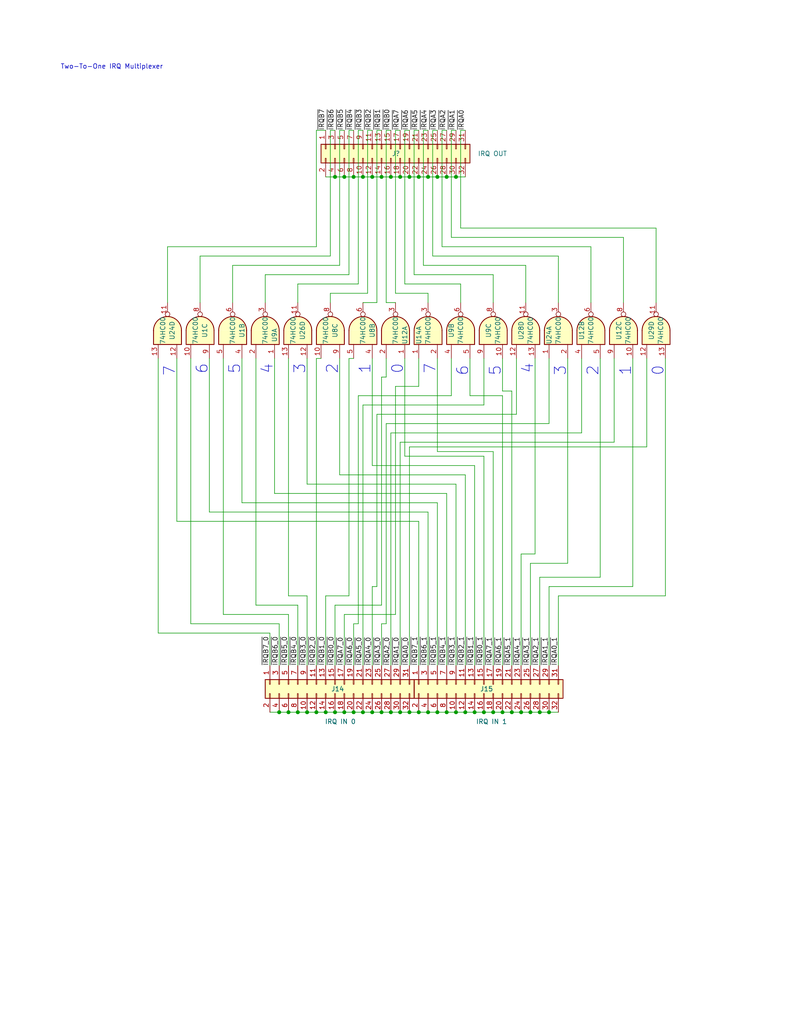
<source format=kicad_sch>
(kicad_sch (version 20211123) (generator eeschema)
  (paper "A" portrait)
  (lib_symbols
    (symbol "74xx:74HC00" (pin_names (offset 1.016))
      (property "Reference" "U" (at 0 1.27 0))
      (property "Value" "74HC00" (at 0 -1.27 0))
      (symbol "74HC00_1_1"
        (arc (start 0 -3.81) (mid 3.81 0) (end 0 3.81) (stroke (width 0.254)) (fill (type background)))
        (polyline (pts (xy 0 3.81) (xy -3.81 3.81) (xy -3.81 -3.81) (xy 0 -3.81)) (stroke (width 0.254)) (fill (type background)))
        (pin input line (at -7.62 2.54 0) (length 3.81) (name "~") (number "1"))
        (pin input line (at -7.62 -2.54 0) (length 3.81) (name "~") (number "2"))
        (pin output inverted (at 7.62 0 180) (length 3.81) (name "~") (number "3"))
      )
      (symbol "74HC00_1_2"
        (arc (start -3.81 -3.81) (mid -2.589 0) (end -3.81 3.81) (stroke (width 0.254)))
        (arc (start -0.6096 -3.81) (mid 2.1842 -2.5851) (end 3.81 0) (stroke (width 0.254)) (fill (type background)))
        (polyline (pts (xy -3.81 -3.81) (xy -0.635 -3.81)) (stroke (width 0.254)) (fill (type background)))
        (polyline (pts (xy -3.81 3.81) (xy -0.635 3.81)) (stroke (width 0.254)) (fill (type background)))
        (polyline (pts (xy -0.635 3.81) (xy -3.81 3.81) (xy -3.81 3.81) (xy -3.556 3.4036) (xy -3.0226 2.2606) (xy -2.6924 1.0414) (xy -2.6162 -0.254) (xy -2.7686 -1.4986) (xy -3.175 -2.7178) (xy -3.81 -3.81) (xy -3.81 -3.81) (xy -0.635 -3.81)) (stroke (width -25.4)) (fill (type background)))
        (arc (start 3.81 0) (mid 2.1915 2.5936) (end -0.6096 3.81) (stroke (width 0.254)) (fill (type background)))
        (pin input inverted (at -7.62 2.54 0) (length 4.318) (name "~") (number "1"))
        (pin input inverted (at -7.62 -2.54 0) (length 4.318) (name "~") (number "2"))
        (pin output line (at 7.62 0 180) (length 3.81) (name "~") (number "3"))
      )
      (symbol "74HC00_2_1"
        (arc (start 0 -3.81) (mid 3.81 0) (end 0 3.81) (stroke (width 0.254)) (fill (type background)))
        (polyline (pts (xy 0 3.81) (xy -3.81 3.81) (xy -3.81 -3.81) (xy 0 -3.81)) (stroke (width 0.254)) (fill (type background)))
        (pin input line (at -7.62 2.54 0) (length 3.81) (name "~") (number "4"))
        (pin input line (at -7.62 -2.54 0) (length 3.81) (name "~") (number "5"))
        (pin output inverted (at 7.62 0 180) (length 3.81) (name "~") (number "6"))
      )
      (symbol "74HC00_2_2"
        (arc (start -3.81 -3.81) (mid -2.589 0) (end -3.81 3.81) (stroke (width 0.254)))
        (arc (start -0.6096 -3.81) (mid 2.1842 -2.5851) (end 3.81 0) (stroke (width 0.254)) (fill (type background)))
        (polyline (pts (xy -3.81 -3.81) (xy -0.635 -3.81)) (stroke (width 0.254)) (fill (type background)))
        (polyline (pts (xy -3.81 3.81) (xy -0.635 3.81)) (stroke (width 0.254)) (fill (type background)))
        (polyline (pts (xy -0.635 3.81) (xy -3.81 3.81) (xy -3.81 3.81) (xy -3.556 3.4036) (xy -3.0226 2.2606) (xy -2.6924 1.0414) (xy -2.6162 -0.254) (xy -2.7686 -1.4986) (xy -3.175 -2.7178) (xy -3.81 -3.81) (xy -3.81 -3.81) (xy -0.635 -3.81)) (stroke (width -25.4)) (fill (type background)))
        (arc (start 3.81 0) (mid 2.1915 2.5936) (end -0.6096 3.81) (stroke (width 0.254)) (fill (type background)))
        (pin input inverted (at -7.62 2.54 0) (length 4.318) (name "~") (number "4"))
        (pin input inverted (at -7.62 -2.54 0) (length 4.318) (name "~") (number "5"))
        (pin output line (at 7.62 0 180) (length 3.81) (name "~") (number "6"))
      )
      (symbol "74HC00_3_1"
        (arc (start 0 -3.81) (mid 3.81 0) (end 0 3.81) (stroke (width 0.254)) (fill (type background)))
        (polyline (pts (xy 0 3.81) (xy -3.81 3.81) (xy -3.81 -3.81) (xy 0 -3.81)) (stroke (width 0.254)) (fill (type background)))
        (pin input line (at -7.62 -2.54 0) (length 3.81) (name "~") (number "10"))
        (pin output inverted (at 7.62 0 180) (length 3.81) (name "~") (number "8"))
        (pin input line (at -7.62 2.54 0) (length 3.81) (name "~") (number "9"))
      )
      (symbol "74HC00_3_2"
        (arc (start -3.81 -3.81) (mid -2.589 0) (end -3.81 3.81) (stroke (width 0.254)))
        (arc (start -0.6096 -3.81) (mid 2.1842 -2.5851) (end 3.81 0) (stroke (width 0.254)) (fill (type background)))
        (polyline (pts (xy -3.81 -3.81) (xy -0.635 -3.81)) (stroke (width 0.254)) (fill (type background)))
        (polyline (pts (xy -3.81 3.81) (xy -0.635 3.81)) (stroke (width 0.254)) (fill (type background)))
        (polyline (pts (xy -0.635 3.81) (xy -3.81 3.81) (xy -3.81 3.81) (xy -3.556 3.4036) (xy -3.0226 2.2606) (xy -2.6924 1.0414) (xy -2.6162 -0.254) (xy -2.7686 -1.4986) (xy -3.175 -2.7178) (xy -3.81 -3.81) (xy -3.81 -3.81) (xy -0.635 -3.81)) (stroke (width -25.4)) (fill (type background)))
        (arc (start 3.81 0) (mid 2.1915 2.5936) (end -0.6096 3.81) (stroke (width 0.254)) (fill (type background)))
        (pin input inverted (at -7.62 -2.54 0) (length 4.318) (name "~") (number "10"))
        (pin output line (at 7.62 0 180) (length 3.81) (name "~") (number "8"))
        (pin input inverted (at -7.62 2.54 0) (length 4.318) (name "~") (number "9"))
      )
      (symbol "74HC00_4_1"
        (arc (start 0 -3.81) (mid 3.81 0) (end 0 3.81) (stroke (width 0.254)) (fill (type background)))
        (polyline (pts (xy 0 3.81) (xy -3.81 3.81) (xy -3.81 -3.81) (xy 0 -3.81)) (stroke (width 0.254)) (fill (type background)))
        (pin output inverted (at 7.62 0 180) (length 3.81) (name "~") (number "11"))
        (pin input line (at -7.62 2.54 0) (length 3.81) (name "~") (number "12"))
        (pin input line (at -7.62 -2.54 0) (length 3.81) (name "~") (number "13"))
      )
      (symbol "74HC00_4_2"
        (arc (start -3.81 -3.81) (mid -2.589 0) (end -3.81 3.81) (stroke (width 0.254)))
        (arc (start -0.6096 -3.81) (mid 2.1842 -2.5851) (end 3.81 0) (stroke (width 0.254)) (fill (type background)))
        (polyline (pts (xy -3.81 -3.81) (xy -0.635 -3.81)) (stroke (width 0.254)) (fill (type background)))
        (polyline (pts (xy -3.81 3.81) (xy -0.635 3.81)) (stroke (width 0.254)) (fill (type background)))
        (polyline (pts (xy -0.635 3.81) (xy -3.81 3.81) (xy -3.81 3.81) (xy -3.556 3.4036) (xy -3.0226 2.2606) (xy -2.6924 1.0414) (xy -2.6162 -0.254) (xy -2.7686 -1.4986) (xy -3.175 -2.7178) (xy -3.81 -3.81) (xy -3.81 -3.81) (xy -0.635 -3.81)) (stroke (width -25.4)) (fill (type background)))
        (arc (start 3.81 0) (mid 2.1915 2.5936) (end -0.6096 3.81) (stroke (width 0.254)) (fill (type background)))
        (pin output line (at 7.62 0 180) (length 3.81) (name "~") (number "11"))
        (pin input inverted (at -7.62 2.54 0) (length 4.318) (name "~") (number "12"))
        (pin input inverted (at -7.62 -2.54 0) (length 4.318) (name "~") (number "13"))
      )
      (symbol "74HC00_5_0"
        (pin power_in line (at 0 12.7 270) (length 5.08) (name "VCC") (number "14"))
        (pin power_in line (at 0 -12.7 90) (length 5.08) (name "GND") (number "7"))
      )
      (symbol "74HC00_5_1"
        (rectangle (start -5.08 7.62) (end 5.08 -7.62) (stroke (width 0.254)) (fill (type background)))
      )
    )
    (symbol "Connector_Generic:Conn_02x16_Odd_Even" (pin_names (offset 1.016) hide)
      (property "Reference" "J" (at 1.27 20.32 0))
      (property "Value" "Conn_02x16_Odd_Even" (at 1.27 -22.86 0))
      (symbol "Conn_02x16_Odd_Even_1_1"
        (rectangle (start -1.27 -20.193) (end 0 -20.447) (stroke (width 0.1524)))
        (rectangle (start -1.27 -17.653) (end 0 -17.907) (stroke (width 0.1524)))
        (rectangle (start -1.27 -15.113) (end 0 -15.367) (stroke (width 0.1524)))
        (rectangle (start -1.27 -12.573) (end 0 -12.827) (stroke (width 0.1524)))
        (rectangle (start -1.27 -10.033) (end 0 -10.287) (stroke (width 0.1524)))
        (rectangle (start -1.27 -7.493) (end 0 -7.747) (stroke (width 0.1524)))
        (rectangle (start -1.27 -4.953) (end 0 -5.207) (stroke (width 0.1524)))
        (rectangle (start -1.27 -2.413) (end 0 -2.667) (stroke (width 0.1524)))
        (rectangle (start -1.27 0.127) (end 0 -0.127) (stroke (width 0.1524)))
        (rectangle (start -1.27 2.667) (end 0 2.413) (stroke (width 0.1524)))
        (rectangle (start -1.27 5.207) (end 0 4.953) (stroke (width 0.1524)))
        (rectangle (start -1.27 7.747) (end 0 7.493) (stroke (width 0.1524)))
        (rectangle (start -1.27 10.287) (end 0 10.033) (stroke (width 0.1524)))
        (rectangle (start -1.27 12.827) (end 0 12.573) (stroke (width 0.1524)))
        (rectangle (start -1.27 15.367) (end 0 15.113) (stroke (width 0.1524)))
        (rectangle (start -1.27 17.907) (end 0 17.653) (stroke (width 0.1524)))
        (rectangle (start -1.27 19.05) (end 3.81 -21.59) (stroke (width 0.254)) (fill (type background)))
        (rectangle (start 3.81 -20.193) (end 2.54 -20.447) (stroke (width 0.1524)))
        (rectangle (start 3.81 -17.653) (end 2.54 -17.907) (stroke (width 0.1524)))
        (rectangle (start 3.81 -15.113) (end 2.54 -15.367) (stroke (width 0.1524)))
        (rectangle (start 3.81 -12.573) (end 2.54 -12.827) (stroke (width 0.1524)))
        (rectangle (start 3.81 -10.033) (end 2.54 -10.287) (stroke (width 0.1524)))
        (rectangle (start 3.81 -7.493) (end 2.54 -7.747) (stroke (width 0.1524)))
        (rectangle (start 3.81 -4.953) (end 2.54 -5.207) (stroke (width 0.1524)))
        (rectangle (start 3.81 -2.413) (end 2.54 -2.667) (stroke (width 0.1524)))
        (rectangle (start 3.81 0.127) (end 2.54 -0.127) (stroke (width 0.1524)))
        (rectangle (start 3.81 2.667) (end 2.54 2.413) (stroke (width 0.1524)))
        (rectangle (start 3.81 5.207) (end 2.54 4.953) (stroke (width 0.1524)))
        (rectangle (start 3.81 7.747) (end 2.54 7.493) (stroke (width 0.1524)))
        (rectangle (start 3.81 10.287) (end 2.54 10.033) (stroke (width 0.1524)))
        (rectangle (start 3.81 12.827) (end 2.54 12.573) (stroke (width 0.1524)))
        (rectangle (start 3.81 15.367) (end 2.54 15.113) (stroke (width 0.1524)))
        (rectangle (start 3.81 17.907) (end 2.54 17.653) (stroke (width 0.1524)))
        (pin passive line (at -5.08 17.78 0) (length 3.81) (name "Pin_1") (number "1"))
        (pin passive line (at 7.62 7.62 180) (length 3.81) (name "Pin_10") (number "10"))
        (pin passive line (at -5.08 5.08 0) (length 3.81) (name "Pin_11") (number "11"))
        (pin passive line (at 7.62 5.08 180) (length 3.81) (name "Pin_12") (number "12"))
        (pin passive line (at -5.08 2.54 0) (length 3.81) (name "Pin_13") (number "13"))
        (pin passive line (at 7.62 2.54 180) (length 3.81) (name "Pin_14") (number "14"))
        (pin passive line (at -5.08 0 0) (length 3.81) (name "Pin_15") (number "15"))
        (pin passive line (at 7.62 0 180) (length 3.81) (name "Pin_16") (number "16"))
        (pin passive line (at -5.08 -2.54 0) (length 3.81) (name "Pin_17") (number "17"))
        (pin passive line (at 7.62 -2.54 180) (length 3.81) (name "Pin_18") (number "18"))
        (pin passive line (at -5.08 -5.08 0) (length 3.81) (name "Pin_19") (number "19"))
        (pin passive line (at 7.62 17.78 180) (length 3.81) (name "Pin_2") (number "2"))
        (pin passive line (at 7.62 -5.08 180) (length 3.81) (name "Pin_20") (number "20"))
        (pin passive line (at -5.08 -7.62 0) (length 3.81) (name "Pin_21") (number "21"))
        (pin passive line (at 7.62 -7.62 180) (length 3.81) (name "Pin_22") (number "22"))
        (pin passive line (at -5.08 -10.16 0) (length 3.81) (name "Pin_23") (number "23"))
        (pin passive line (at 7.62 -10.16 180) (length 3.81) (name "Pin_24") (number "24"))
        (pin passive line (at -5.08 -12.7 0) (length 3.81) (name "Pin_25") (number "25"))
        (pin passive line (at 7.62 -12.7 180) (length 3.81) (name "Pin_26") (number "26"))
        (pin passive line (at -5.08 -15.24 0) (length 3.81) (name "Pin_27") (number "27"))
        (pin passive line (at 7.62 -15.24 180) (length 3.81) (name "Pin_28") (number "28"))
        (pin passive line (at -5.08 -17.78 0) (length 3.81) (name "Pin_29") (number "29"))
        (pin passive line (at -5.08 15.24 0) (length 3.81) (name "Pin_3") (number "3"))
        (pin passive line (at 7.62 -17.78 180) (length 3.81) (name "Pin_30") (number "30"))
        (pin passive line (at -5.08 -20.32 0) (length 3.81) (name "Pin_31") (number "31"))
        (pin passive line (at 7.62 -20.32 180) (length 3.81) (name "Pin_32") (number "32"))
        (pin passive line (at 7.62 15.24 180) (length 3.81) (name "Pin_4") (number "4"))
        (pin passive line (at -5.08 12.7 0) (length 3.81) (name "Pin_5") (number "5"))
        (pin passive line (at 7.62 12.7 180) (length 3.81) (name "Pin_6") (number "6"))
        (pin passive line (at -5.08 10.16 0) (length 3.81) (name "Pin_7") (number "7"))
        (pin passive line (at 7.62 10.16 180) (length 3.81) (name "Pin_8") (number "8"))
        (pin passive line (at -5.08 7.62 0) (length 3.81) (name "Pin_9") (number "9"))
      )
    )
  )
  (junction (at 116.84 48.26))
  (junction (at 99.06 194.31))
  (junction (at 111.76 194.31))
  (junction (at 93.98 194.31))
  (junction (at 111.76 48.26))
  (junction (at 142.24 194.31))
  (junction (at 83.82 194.31))
  (junction (at 132.08 194.31))
  (junction (at 119.38 194.31))
  (junction (at 137.16 194.31))
  (junction (at 121.92 194.31))
  (junction (at 127 194.31))
  (junction (at 104.14 194.31))
  (junction (at 101.6 194.31))
  (junction (at 91.44 48.26))
  (junction (at 109.22 194.31))
  (junction (at 134.62 194.31))
  (junction (at 109.22 48.26))
  (junction (at 114.3 48.26))
  (junction (at 106.68 48.26))
  (junction (at 149.86 194.31))
  (junction (at 116.84 194.31))
  (junction (at 91.44 194.31))
  (junction (at 124.46 48.26))
  (junction (at 88.9 194.31))
  (junction (at 78.74 194.31))
  (junction (at 76.2 194.31))
  (junction (at 119.38 48.26))
  (junction (at 144.78 194.31))
  (junction (at 101.6 48.26))
  (junction (at 139.7 194.31))
  (junction (at 106.68 194.31))
  (junction (at 124.46 194.31))
  (junction (at 121.92 48.26))
  (junction (at 129.54 194.31))
  (junction (at 99.06 48.26))
  (junction (at 96.52 48.26))
  (junction (at 96.52 194.31))
  (junction (at 93.98 48.26))
  (junction (at 114.3 194.31))
  (junction (at 81.28 194.31))
  (junction (at 86.36 194.31))
  (junction (at 147.32 194.31))
  (junction (at 104.14 48.26))
  (wire (pts (xy 116.84 80.01) (xy 107.95 80.01)))
  (wire (pts (xy 144.78 181.61) (xy 144.78 153.67)))
  (wire (pts (xy 181.61 162.56) (xy 152.4 162.56)))
  (wire (pts (xy 121.92 48.26) (xy 124.46 48.26)))
  (wire (pts (xy 115.57 35.56) (xy 115.57 72.39)))
  (wire (pts (xy 105.41 102.87) (xy 105.41 97.79)))
  (wire (pts (xy 95.25 35.56) (xy 95.25 74.93)))
  (wire (pts (xy 116.84 35.56) (xy 115.57 35.56)))
  (wire (pts (xy 111.76 194.31) (xy 114.3 194.31)))
  (wire (pts (xy 97.79 77.47) (xy 97.79 35.56)))
  (wire (pts (xy 134.62 194.31) (xy 137.16 194.31)))
  (wire (pts (xy 140.97 97.79) (xy 140.97 113.03)))
  (wire (pts (xy 179.07 62.23) (xy 179.07 82.55)))
  (wire (pts (xy 116.84 194.31) (xy 119.38 194.31)))
  (wire (pts (xy 101.6 194.31) (xy 104.14 194.31)))
  (wire (pts (xy 109.22 194.31) (xy 111.76 194.31)))
  (wire (pts (xy 88.9 194.31) (xy 91.44 194.31)))
  (wire (pts (xy 123.19 35.56) (xy 124.46 35.56)))
  (wire (pts (xy 110.49 77.47) (xy 125.73 77.47)))
  (wire (pts (xy 111.76 48.26) (xy 114.3 48.26)))
  (wire (pts (xy 76.2 194.31) (xy 78.74 194.31)))
  (wire (pts (xy 158.75 118.11) (xy 106.68 118.11)))
  (wire (pts (xy 114.3 142.24) (xy 48.26 142.24)))
  (wire (pts (xy 170.18 64.77) (xy 123.19 64.77)))
  (wire (pts (xy 81.28 77.47) (xy 97.79 77.47)))
  (wire (pts (xy 127 181.61) (xy 127 129.54)))
  (wire (pts (xy 78.74 194.31) (xy 81.28 194.31)))
  (wire (pts (xy 96.52 170.18) (xy 96.52 181.61)))
  (wire (pts (xy 102.87 35.56) (xy 104.14 35.56)))
  (wire (pts (xy 74.93 134.62) (xy 74.93 97.79)))
  (wire (pts (xy 143.51 72.39) (xy 143.51 82.55)))
  (wire (pts (xy 114.3 181.61) (xy 114.3 142.24)))
  (wire (pts (xy 48.26 142.24) (xy 48.26 97.79)))
  (wire (pts (xy 97.79 170.18) (xy 96.52 170.18)))
  (wire (pts (xy 111.76 35.56) (xy 110.49 35.56)))
  (wire (pts (xy 97.79 107.95) (xy 97.79 170.18)))
  (wire (pts (xy 116.84 181.61) (xy 116.84 139.7)))
  (wire (pts (xy 91.44 165.1) (xy 91.44 181.61)))
  (wire (pts (xy 101.6 48.26) (xy 104.14 48.26)))
  (wire (pts (xy 176.53 97.79) (xy 176.53 121.92)))
  (wire (pts (xy 137.16 106.68) (xy 137.16 97.79)))
  (wire (pts (xy 137.16 107.95) (xy 137.16 181.61)))
  (wire (pts (xy 134.62 181.61) (xy 134.62 123.19)))
  (wire (pts (xy 113.03 35.56) (xy 114.3 35.56)))
  (wire (pts (xy 129.54 194.31) (xy 132.08 194.31)))
  (wire (pts (xy 115.57 72.39) (xy 143.51 72.39)))
  (wire (pts (xy 114.3 194.31) (xy 116.84 194.31)))
  (wire (pts (xy 121.92 194.31) (xy 124.46 194.31)))
  (wire (pts (xy 43.18 172.72) (xy 43.18 97.79)))
  (wire (pts (xy 106.68 48.26) (xy 109.22 48.26)))
  (wire (pts (xy 127 194.31) (xy 129.54 194.31)))
  (wire (pts (xy 120.65 35.56) (xy 120.65 67.31)))
  (wire (pts (xy 66.04 97.79) (xy 66.04 137.16)))
  (wire (pts (xy 92.71 72.39) (xy 92.71 35.56)))
  (wire (pts (xy 163.83 157.48) (xy 147.32 157.48)))
  (wire (pts (xy 121.92 134.62) (xy 74.93 134.62)))
  (wire (pts (xy 110.49 35.56) (xy 110.49 77.47)))
  (wire (pts (xy 90.17 80.01) (xy 90.17 82.55)))
  (wire (pts (xy 118.11 69.85) (xy 118.11 35.56)))
  (wire (pts (xy 161.29 67.31) (xy 161.29 82.55)))
  (wire (pts (xy 88.9 162.56) (xy 95.25 162.56)))
  (wire (pts (xy 170.18 82.55) (xy 170.18 64.77)))
  (wire (pts (xy 149.86 160.02) (xy 172.72 160.02)))
  (wire (pts (xy 93.98 194.31) (xy 96.52 194.31)))
  (wire (pts (xy 78.74 162.56) (xy 78.74 97.79)))
  (wire (pts (xy 147.32 194.31) (xy 149.86 194.31)))
  (wire (pts (xy 107.95 105.41) (xy 107.95 167.64)))
  (wire (pts (xy 105.41 82.55) (xy 107.95 82.55)))
  (wire (pts (xy 123.19 107.95) (xy 97.79 107.95)))
  (wire (pts (xy 93.98 48.26) (xy 96.52 48.26)))
  (wire (pts (xy 172.72 160.02) (xy 172.72 97.79)))
  (wire (pts (xy 139.7 181.61) (xy 139.7 106.68)))
  (wire (pts (xy 57.15 139.7) (xy 57.15 97.79)))
  (wire (pts (xy 104.14 102.87) (xy 104.14 165.1)))
  (wire (pts (xy 158.75 97.79) (xy 158.75 118.11)))
  (wire (pts (xy 63.5 72.39) (xy 92.71 72.39)))
  (wire (pts (xy 97.79 35.56) (xy 99.06 35.56)))
  (wire (pts (xy 118.11 35.56) (xy 119.38 35.56)))
  (wire (pts (xy 128.27 107.95) (xy 137.16 107.95)))
  (wire (pts (xy 132.08 194.31) (xy 134.62 194.31)))
  (wire (pts (xy 104.14 194.31) (xy 106.68 194.31)))
  (wire (pts (xy 119.38 48.26) (xy 121.92 48.26)))
  (wire (pts (xy 109.22 120.65) (xy 167.64 120.65)))
  (wire (pts (xy 107.95 105.41) (xy 114.3 105.41)))
  (wire (pts (xy 83.82 181.61) (xy 83.82 162.56)))
  (wire (pts (xy 83.82 97.79) (xy 83.82 132.08)))
  (wire (pts (xy 91.44 194.31) (xy 93.98 194.31)))
  (wire (pts (xy 120.65 67.31) (xy 161.29 67.31)))
  (wire (pts (xy 110.49 97.79) (xy 110.49 124.46)))
  (wire (pts (xy 127 35.56) (xy 125.73 35.56)))
  (wire (pts (xy 116.84 48.26) (xy 119.38 48.26)))
  (wire (pts (xy 90.17 69.85) (xy 90.17 35.56)))
  (wire (pts (xy 147.32 157.48) (xy 147.32 181.61)))
  (wire (pts (xy 142.24 194.31) (xy 144.78 194.31)))
  (wire (pts (xy 92.71 35.56) (xy 93.98 35.56)))
  (wire (pts (xy 100.33 80.01) (xy 90.17 80.01)))
  (wire (pts (xy 106.68 118.11) (xy 106.68 181.61)))
  (wire (pts (xy 110.49 124.46) (xy 132.08 124.46)))
  (wire (pts (xy 91.44 48.26) (xy 93.98 48.26)))
  (wire (pts (xy 52.07 170.18) (xy 76.2 170.18)))
  (wire (pts (xy 152.4 162.56) (xy 152.4 181.61)))
  (wire (pts (xy 104.14 48.26) (xy 106.68 48.26)))
  (wire (pts (xy 146.05 151.13) (xy 142.24 151.13)))
  (wire (pts (xy 154.94 153.67) (xy 154.94 97.79)))
  (wire (pts (xy 101.6 35.56) (xy 100.33 35.56)))
  (wire (pts (xy 101.6 160.02) (xy 101.6 181.61)))
  (wire (pts (xy 124.46 132.08) (xy 124.46 181.61)))
  (wire (pts (xy 142.24 151.13) (xy 142.24 181.61)))
  (wire (pts (xy 176.53 121.92) (xy 111.76 121.92)))
  (wire (pts (xy 132.08 124.46) (xy 132.08 181.61)))
  (wire (pts (xy 99.06 110.49) (xy 99.06 181.61)))
  (wire (pts (xy 104.14 102.87) (xy 105.41 102.87)))
  (wire (pts (xy 102.87 113.03) (xy 102.87 160.02)))
  (wire (pts (xy 96.52 35.56) (xy 95.25 35.56)))
  (wire (pts (xy 86.36 35.56) (xy 88.9 35.56)))
  (wire (pts (xy 95.25 97.79) (xy 96.52 97.79)))
  (wire (pts (xy 105.41 35.56) (xy 105.41 82.55)))
  (wire (pts (xy 104.14 170.18) (xy 104.14 181.61)))
  (wire (pts (xy 105.41 115.57) (xy 105.41 170.18)))
  (wire (pts (xy 114.3 97.79) (xy 114.3 105.41)))
  (wire (pts (xy 88.9 181.61) (xy 88.9 162.56)))
  (wire (pts (xy 83.82 194.31) (xy 86.36 194.31)))
  (wire (pts (xy 119.38 194.31) (xy 121.92 194.31)))
  (wire (pts (xy 125.73 77.47) (xy 125.73 82.55)))
  (wire (pts (xy 116.84 82.55) (xy 116.84 80.01)))
  (wire (pts (xy 104.14 165.1) (xy 91.44 165.1)))
  (wire (pts (xy 123.19 64.77) (xy 123.19 35.56)))
  (wire (pts (xy 81.28 194.31) (xy 83.82 194.31)))
  (wire (pts (xy 106.68 194.31) (xy 109.22 194.31)))
  (wire (pts (xy 149.86 181.61) (xy 149.86 160.02)))
  (wire (pts (xy 66.04 137.16) (xy 119.38 137.16)))
  (wire (pts (xy 86.36 67.31) (xy 86.36 35.56)))
  (wire (pts (xy 121.92 35.56) (xy 120.65 35.56)))
  (wire (pts (xy 149.86 115.57) (xy 105.41 115.57)))
  (wire (pts (xy 144.78 153.67) (xy 154.94 153.67)))
  (wire (pts (xy 152.4 69.85) (xy 118.11 69.85)))
  (wire (pts (xy 83.82 132.08) (xy 124.46 132.08)))
  (wire (pts (xy 60.96 167.64) (xy 60.96 97.79)))
  (wire (pts (xy 144.78 194.31) (xy 147.32 194.31)))
  (wire (pts (xy 95.25 162.56) (xy 95.25 97.79)))
  (wire (pts (xy 146.05 97.79) (xy 146.05 151.13)))
  (wire (pts (xy 124.46 48.26) (xy 127 48.26)))
  (wire (pts (xy 101.6 127) (xy 129.54 127)))
  (wire (pts (xy 127 129.54) (xy 92.71 129.54)))
  (wire (pts (xy 113.03 74.93) (xy 113.03 35.56)))
  (wire (pts (xy 83.82 162.56) (xy 78.74 162.56)))
  (wire (pts (xy 96.52 48.26) (xy 99.06 48.26)))
  (wire (pts (xy 132.08 110.49) (xy 99.06 110.49)))
  (wire (pts (xy 152.4 82.55) (xy 152.4 69.85)))
  (wire (pts (xy 52.07 97.79) (xy 52.07 170.18)))
  (wire (pts (xy 123.19 97.79) (xy 123.19 107.95)))
  (wire (pts (xy 119.38 123.19) (xy 119.38 97.79)))
  (wire (pts (xy 125.73 62.23) (xy 179.07 62.23)))
  (wire (pts (xy 81.28 82.55) (xy 81.28 77.47)))
  (wire (pts (xy 45.72 67.31) (xy 45.72 82.55)))
  (wire (pts (xy 134.62 123.19) (xy 119.38 123.19)))
  (wire (pts (xy 102.87 160.02) (xy 101.6 160.02)))
  (wire (pts (xy 134.62 82.55) (xy 134.62 74.93)))
  (wire (pts (xy 101.6 97.79) (xy 101.6 127)))
  (wire (pts (xy 45.72 67.31) (xy 86.36 67.31)))
  (wire (pts (xy 73.66 181.61) (xy 73.66 172.72)))
  (wire (pts (xy 99.06 48.26) (xy 101.6 48.26)))
  (wire (pts (xy 149.86 97.79) (xy 149.86 115.57)))
  (wire (pts (xy 100.33 35.56) (xy 100.33 80.01)))
  (wire (pts (xy 163.83 97.79) (xy 163.83 157.48)))
  (wire (pts (xy 73.66 194.31) (xy 76.2 194.31)))
  (wire (pts (xy 72.39 74.93) (xy 72.39 82.55)))
  (wire (pts (xy 76.2 170.18) (xy 76.2 181.61)))
  (wire (pts (xy 81.28 165.1) (xy 81.28 181.61)))
  (wire (pts (xy 86.36 97.79) (xy 87.63 97.79)))
  (wire (pts (xy 93.98 167.64) (xy 93.98 181.61)))
  (wire (pts (xy 107.95 167.64) (xy 93.98 167.64)))
  (wire (pts (xy 78.74 181.61) (xy 78.74 167.64)))
  (wire (pts (xy 92.71 129.54) (xy 92.71 97.79)))
  (wire (pts (xy 63.5 82.55) (xy 63.5 72.39)))
  (wire (pts (xy 139.7 106.68) (xy 137.16 106.68)))
  (wire (pts (xy 140.97 113.03) (xy 102.87 113.03)))
  (wire (pts (xy 95.25 74.93) (xy 72.39 74.93)))
  (wire (pts (xy 137.16 194.31) (xy 139.7 194.31)))
  (wire (pts (xy 96.52 194.31) (xy 99.06 194.31)))
  (wire (pts (xy 102.87 82.55) (xy 102.87 35.56)))
  (wire (pts (xy 116.84 139.7) (xy 57.15 139.7)))
  (wire (pts (xy 125.73 35.56) (xy 125.73 62.23)))
  (wire (pts (xy 109.22 181.61) (xy 109.22 120.65)))
  (wire (pts (xy 111.76 121.92) (xy 111.76 181.61)))
  (wire (pts (xy 121.92 181.61) (xy 121.92 134.62)))
  (wire (pts (xy 90.17 35.56) (xy 91.44 35.56)))
  (wire (pts (xy 132.08 97.79) (xy 132.08 110.49)))
  (wire (pts (xy 86.36 97.79) (xy 86.36 181.61)))
  (wire (pts (xy 114.3 48.26) (xy 116.84 48.26)))
  (wire (pts (xy 109.22 48.26) (xy 111.76 48.26)))
  (wire (pts (xy 88.9 48.26) (xy 91.44 48.26)))
  (wire (pts (xy 54.61 82.55) (xy 54.61 69.85)))
  (wire (pts (xy 78.74 167.64) (xy 60.96 167.64)))
  (wire (pts (xy 73.66 172.72) (xy 43.18 172.72)))
  (wire (pts (xy 69.85 97.79) (xy 69.85 165.1)))
  (wire (pts (xy 86.36 194.31) (xy 88.9 194.31)))
  (wire (pts (xy 105.41 170.18) (xy 104.14 170.18)))
  (wire (pts (xy 106.68 35.56) (xy 105.41 35.56)))
  (wire (pts (xy 167.64 97.79) (xy 167.64 120.65)))
  (wire (pts (xy 149.86 194.31) (xy 152.4 194.31)))
  (wire (pts (xy 107.95 80.01) (xy 107.95 35.56)))
  (wire (pts (xy 124.46 194.31) (xy 127 194.31)))
  (wire (pts (xy 129.54 127) (xy 129.54 181.61)))
  (wire (pts (xy 128.27 97.79) (xy 128.27 107.95)))
  (wire (pts (xy 54.61 69.85) (xy 90.17 69.85)))
  (wire (pts (xy 139.7 194.31) (xy 142.24 194.31)))
  (wire (pts (xy 107.95 35.56) (xy 109.22 35.56)))
  (wire (pts (xy 181.61 97.79) (xy 181.61 162.56)))
  (wire (pts (xy 99.06 82.55) (xy 102.87 82.55)))
  (wire (pts (xy 69.85 165.1) (xy 81.28 165.1)))
  (wire (pts (xy 119.38 137.16) (xy 119.38 181.61)))
  (wire (pts (xy 99.06 194.31) (xy 101.6 194.31)))
  (wire (pts (xy 134.62 74.93) (xy 113.03 74.93)))
  (text "5" (at 65.786 102.235 90) (effects (font (size 3 3)) (justify left bottom)))
  (text "0\n" (at 110.236 102.235 90) (effects (font (size 3 3)) (justify left bottom)))
  (text "3" (at 83.566 102.235 90) (effects (font (size 3 3)) (justify left bottom)))
  (text "7" (at 48.006 102.87 90) (effects (font (size 3 3)) (justify left bottom)))
  (text "0\n" (at 181.356 99.695 270) (effects (font (size 3 3)) (justify right bottom)))
  (text "7" (at 119.126 102.235 90) (effects (font (size 3 3)) (justify left bottom)))
  (text "1" (at 172.466 99.695 270) (effects (font (size 3 3)) (justify right bottom)))
  (text "2" (at 92.456 102.235 90) (effects (font (size 3 3)) (justify left bottom)))
  (text "6" (at 128.016 99.695 270) (effects (font (size 3 3)) (justify right bottom)))
  (text "4" (at 145.796 99.06 270) (effects (font (size 3 3)) (justify right bottom)))
  (text "5" (at 136.906 99.695 270) (effects (font (size 3 3)) (justify right bottom)))
  (text "1" (at 101.346 102.235 90) (effects (font (size 3 3)) (justify left bottom)))
  (text "Two-To-One IRQ Multiplexer\n" (at 16.51 19.05 0) (effects (font (size 1.27 1.27)) (justify left bottom)))
  (text "2" (at 163.576 99.695 270) (effects (font (size 3 3)) (justify right bottom)))
  (text "4" (at 74.676 102.235 90) (effects (font (size 3 3)) (justify left bottom)))
  (text "3" (at 154.686 99.695 270) (effects (font (size 3 3)) (justify right bottom)))
  (text "6" (at 56.896 102.235 90) (effects (font (size 3 3)) (justify left bottom)))
  (label "~{IRQB2}" (at 101.6 35.56 90))
  (label "~{IRQB6}" (at 91.44 35.56 90))
  (label "~{IRQB1}" (at 104.14 35.56 90))
  (label "~{IRQA3_0}" (at 104.14 181.61 90))
  (label "~{IRQB0_0}" (at 91.44 181.61 90))
  (label "~{IRQA0_1}" (at 152.4 181.61 90))
  (label "~{IRQA3}" (at 119.38 35.56 90))
  (label "~{IRQA2_0}" (at 106.68 181.61 90))
  (label "~{IRQA5_0}" (at 99.06 181.61 90))
  (label "~{IRQB3_1}" (at 124.46 181.61 90))
  (label "~{IRQB1_1}" (at 129.54 181.61 90))
  (label "~{IRQB0_1}" (at 132.08 181.61 90))
  (label "~{IRQB6_0}" (at 76.2 181.61 90))
  (label "~{IRQA4_1}" (at 142.24 181.61 90))
  (label "~{IRQA7_0}" (at 93.98 181.61 90))
  (label "~{IRQA5_1}" (at 139.7 181.61 90))
  (label "~{IRQA4_0}" (at 101.6 181.61 90))
  (label "~{IRQA1_1}" (at 149.86 181.61 90))
  (label "~{IRQA2}" (at 121.92 35.56 90))
  (label "~{IRQA0_0}" (at 111.76 181.61 90))
  (label "~{IRQA1}" (at 124.46 35.56 90))
  (label "~{IRQA1_0}" (at 109.22 181.61 90))
  (label "~{IRQB4}" (at 96.52 35.56 90))
  (label "~{IRQA2_1}" (at 147.32 181.61 90))
  (label "~{IRQB5}" (at 93.98 35.56 90))
  (label "~{IRQB2_1}" (at 127 181.61 90))
  (label "~{IRQA6_1}" (at 137.16 181.61 90))
  (label "~{IRQB3_0}" (at 83.82 181.61 90))
  (label "~{IRQA6}" (at 111.76 35.56 90))
  (label "~{IRQB7_1}" (at 114.3 181.61 90))
  (label "~{IRQB2_0}" (at 86.36 181.61 90))
  (label "~{IRQB1_0}" (at 88.9 181.61 90))
  (label "~{IRQA6_0}" (at 96.52 181.61 90))
  (label "~{IRQA7}" (at 109.22 35.56 90))
  (label "~{IRQB4_1}" (at 121.92 181.61 90))
  (label "~{IRQB7_0}" (at 73.66 181.61 90))
  (label "~{IRQB5_0}" (at 78.74 181.61 90))
  (label "~{IRQB7}" (at 88.9 35.56 90))
  (label "~{IRQA0}" (at 127 35.56 90))
  (label "~{IRQA3_1}" (at 144.78 181.61 90))
  (label "~{IRQA7_1}" (at 134.62 181.61 90))
  (label "~{IRQA5}" (at 114.3 35.56 90))
  (label "~{IRQA4}" (at 116.84 35.56 90))
  (label "~{IRQB3}" (at 99.06 35.56 90))
  (label "~{IRQB5_1}" (at 119.38 181.61 90))
  (label "~{IRQB6_1}" (at 116.84 181.61 90))
  (label "~{IRQB0}" (at 106.68 35.56 90))
  (label "~{IRQB4_0}" (at 81.28 181.61 90))
  (symbol (lib_id "74xx:74HC00") (at 170.18 90.17 90) (unit 3)
    (property "Reference" "U12" (at 168.91 90.17 0))
    (property "Value" "74HC00" (at 171.45 90.17 0))
    (property "Datasheet" "http://www.ti.com/lit/gpn/sn74hc00" (effects hide))
  )
  (symbol (lib_id "74xx:74HC00") (at 143.51 90.17 90) (unit 4)
    (property "Reference" "U28" (at 142.24 90.17 0))
    (property "Value" "74HC00" (at 144.78 90.17 0))
    (property "Datasheet" "http://www.ti.com/lit/gpn/sn74hc00" (effects hide))
  )
  (symbol (lib_id "74xx:74HC00") (at 81.28 90.17 270) (mirror x) (unit 4)
    (property "Reference" "U26" (at 82.55 90.17 0))
    (property "Value" "74HC00" (at 80.01 90.17 0))
    (property "Datasheet" "http://www.ti.com/lit/gpn/sn74hc00" (effects hide))
  )
  (symbol (lib_id "74xx:74HC00") (at 72.39 90.17 270) (mirror x) (unit 1)
    (property "Reference" "U9" (at 74.93 91.44 0))
    (property "Value" "74HC00" (at 72.39 90.17 0))
    (property "Datasheet" "http://www.ti.com/lit/gpn/sn74hc00" (effects hide))
  )
  (symbol (lib_id "74xx:74HC00") (at 45.72 90.17 270) (mirror x) (unit 4)
    (property "Reference" "U24" (at 46.99 90.17 0))
    (property "Value" "74HC00" (at 44.45 90.17 0))
    (property "Datasheet" "http://www.ti.com/lit/gpn/sn74hc00" (effects hide))
  )
  (symbol (lib_id "Connector_Generic:Conn_02x16_Odd_Even") (at 106.68 40.64 90) (mirror x) (unit 1)
    (property "Reference" "J?" (at 109.22 41.9099 90) (effects (justify left)))
    (property "Value" "IRQ OUT" (at 138.43 41.9099 90) (effects (justify left)))
  )
  (symbol (lib_id "Connector_Generic:Conn_02x16_Odd_Even") (at 132.08 186.69 90) (mirror x) (unit 1)
    (property "Reference" "J15" (at 134.62 187.9599 90) (effects (justify left)))
    (property "Value" "IRQ IN 1" (at 138.43 196.8499 90) (effects (justify left)))
  )
  (symbol (lib_id "74xx:74HC00") (at 134.62 90.17 90) (unit 3)
    (property "Reference" "U9" (at 133.35 90.17 0))
    (property "Value" "74HC00" (at 135.89 90.17 0))
    (property "Datasheet" "http://www.ti.com/lit/gpn/sn74hc00" (effects hide))
  )
  (symbol (lib_id "74xx:74HC00") (at 179.07 90.17 90) (unit 4)
    (property "Reference" "U29" (at 177.8 90.17 0))
    (property "Value" "74HC00" (at 180.34 90.17 0))
    (property "Datasheet" "http://www.ti.com/lit/gpn/sn74hc00" (effects hide))
  )
  (symbol (lib_id "74xx:74HC00") (at 161.29 90.17 90) (unit 2)
    (property "Reference" "U12" (at 158.75 90.17 0))
    (property "Value" "74HC00" (at 161.29 90.17 0))
    (property "Datasheet" "http://www.ti.com/lit/gpn/sn74hc00" (effects hide))
  )
  (symbol (lib_id "74xx:74HC00") (at 116.84 90.17 90) (unit 1)
    (property "Reference" "U14" (at 114.3 91.44 0))
    (property "Value" "74HC00" (at 116.84 90.17 0))
    (property "Datasheet" "http://www.ti.com/lit/gpn/sn74hc00" (effects hide))
  )
  (symbol (lib_id "74xx:74HC00") (at 54.61 90.17 270) (mirror x) (unit 3)
    (property "Reference" "U1" (at 55.88 90.17 0))
    (property "Value" "74HC00" (at 53.34 90.17 0))
    (property "Datasheet" "http://www.ti.com/lit/gpn/sn74hc00" (effects hide))
  )
  (symbol (lib_id "74xx:74HC00") (at 152.4 90.17 90) (unit 1)
    (property "Reference" "U24" (at 149.86 91.44 0))
    (property "Value" "74HC00" (at 152.4 90.17 0))
    (property "Datasheet" "http://www.ti.com/lit/gpn/sn74hc00" (effects hide))
  )
  (symbol (lib_id "74xx:74HC00") (at 99.06 90.17 270) (mirror x) (unit 2)
    (property "Reference" "U8" (at 101.6 90.17 0))
    (property "Value" "74HC00" (at 99.06 90.17 0))
    (property "Datasheet" "http://www.ti.com/lit/gpn/sn74hc00" (effects hide))
  )
  (symbol (lib_id "74xx:74HC00") (at 90.17 90.17 270) (mirror x) (unit 3)
    (property "Reference" "U8" (at 91.44 90.17 0))
    (property "Value" "74HC00" (at 88.9 90.17 0))
    (property "Datasheet" "http://www.ti.com/lit/gpn/sn74hc00" (effects hide))
  )
  (symbol (lib_id "74xx:74HC00") (at 63.5 90.17 270) (mirror x) (unit 2)
    (property "Reference" "U1" (at 66.04 90.17 0))
    (property "Value" "74HC00" (at 63.5 90.17 0))
    (property "Datasheet" "http://www.ti.com/lit/gpn/sn74hc00" (effects hide))
  )
  (symbol (lib_id "74xx:74HC00") (at 125.73 90.17 90) (unit 2)
    (property "Reference" "U9" (at 123.19 90.17 0))
    (property "Value" "74HC00" (at 125.73 90.17 0))
    (property "Datasheet" "http://www.ti.com/lit/gpn/sn74hc00" (effects hide))
  )
  (symbol (lib_id "Connector_Generic:Conn_02x16_Odd_Even") (at 91.44 186.69 90) (mirror x) (unit 1)
    (property "Reference" "J14" (at 93.98 187.9599 90) (effects (justify left)))
    (property "Value" "IRQ IN 0" (at 97.155 196.8499 90) (effects (justify left)))
  )
  (symbol (lib_id "74xx:74HC00") (at 107.95 90.17 270) (mirror x) (unit 1)
    (property "Reference" "U12" (at 110.49 91.44 0))
    (property "Value" "74HC00" (at 107.95 90.17 0))
    (property "Datasheet" "http://www.ti.com/lit/gpn/sn74hc00" (effects hide))
  )
)
</source>
